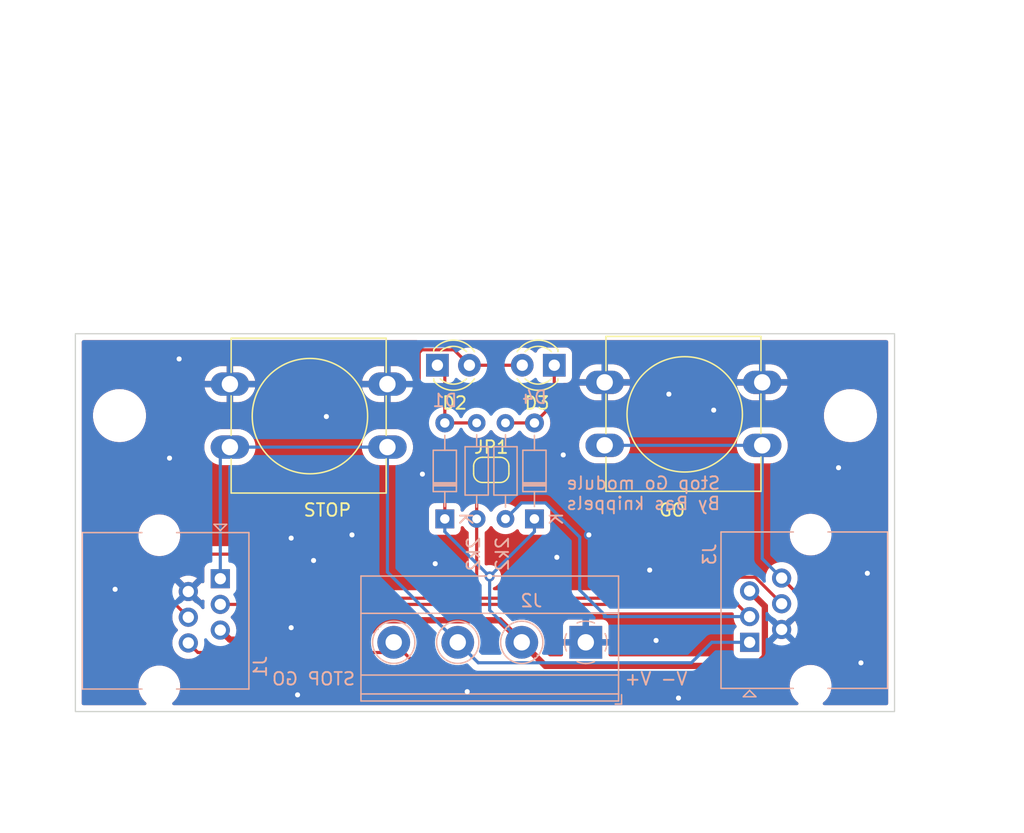
<source format=kicad_pcb>
(kicad_pcb (version 20211014) (generator pcbnew)
  (layers (0 "F.Cu" signal) (31 "B.Cu" signal) (34 "B.Paste" user) (35 "F.Paste" user) (36 "B.SilkS" user "B.Silkscreen") (37 "F.SilkS" user "F.Silkscreen") (38 "B.Mask" user) (39 "F.Mask" user) (44 "Edge.Cuts" user))
  (net 0 "")
  (net 1 "GND")
  (net 2 "/STOP")
  (net 3 "/STOP_LED")
  (net 4 "/GO_LED")
  (net 5 "VCC")
  (net 6 "/GO")
  (net 7 "Net-(D2-Pad1)")
  (net 8 "Net-(D3-Pad1)")
  (footprint "Jumper:SolderJumper-2_P1.3mm_Open_RoundedPad1.0x1.5mm" (layer "F.Cu") (at 166.5 88.31)
    (fp_text reference "JP1" (at 0 -1.8) (layer "F.SilkS"))
    (fp_text value "SolderJumper_2_Open")
    (fp_line (start -1.4 0.3) (end -1.4 -0.3) (layer "F.SilkS") (width 0.12))
    (fp_line (start 0.7 1) (end -0.7 1) (layer "F.SilkS") (width 0.12))
    (fp_line (start -0.7 -1) (end 0.7 -1) (layer "F.SilkS") (width 0.12))
    (fp_line (start 1.4 -0.3) (end 1.4 0.3) (layer "F.SilkS") (width 0.12))
    (fp_arc (start -1.4 -0.3) (mid -1.194975 -0.794975) (end -0.7 -1) (layer "F.SilkS") (width 0.12))
    (fp_arc (start -0.7 1) (mid -1.194975 0.794975) (end -1.4 0.3) (layer "F.SilkS") (width 0.12))
    (fp_arc (start 1.4 0.3) (mid 1.194975 0.794975) (end 0.7 1) (layer "F.SilkS") (width 0.12))
    (fp_arc (start 0.7 -1) (mid 1.194975 -0.794975) (end 1.4 -0.3) (layer "F.SilkS") (width 0.12))
    (pad "1" smd custom (at -0.65 0) (size 1 0.5) (layers "F.Cu" "F.Mask") (net 4 "/GO_LED") (options (clearance outline) (anchor rect)) (primitives (gr_circle (center 0 0.25) (end 0.5 0.25) (width 0) (fill yes)) (gr_circle (center 0 -0.25) (end 0.5 -0.25) (width 0) (fill yes)) (gr_poly (pts (xy 0.5 0.75) (xy 0 0.75) (xy 0 -0.75) (xy 0.5 -0.75)) (width 0) (fill yes))))
    (pad "2" smd custom (at 0.65 0) (size 1 0.5) (layers "F.Cu" "F.Mask") (net 1 "GND") (options (clearance outline) (anchor rect)) (primitives (gr_circle (center 0 0.25) (end 0.5 0.25) (width 0) (fill yes)) (gr_circle (center 0 -0.25) (end 0.5 -0.25) (width 0) (fill yes)) (gr_poly (pts (xy 0 0.75) (xy -0.5 0.75) (xy -0.5 -0.75) (xy 0 -0.75)) (width 0) (fill yes))))
  )
  (footprint "LED_THT:LED_D3.0mm" (layer "F.Cu") (at 171.5 80 180)
    (fp_text reference "D3" (at 1.366487 -3) (layer "F.SilkS"))
    (fp_text value "LED")
    (fp_line (start -0.29 1.08) (end -0.29 1.236) (layer "F.SilkS") (width 0.12))
    (fp_line (start -0.29 -1.236) (end -0.29 -1.08) (layer "F.SilkS") (width 0.12))
    (fp_arc (start -0.29 -1.235516) (mid 1.366487 -1.987659) (end 2.942335 -1.078608) (layer "F.SilkS") (width 0.12))
    (fp_arc (start 0.229039 -1.08) (mid 1.270117 -1.5) (end 2.31113 -1.079837) (layer "F.SilkS") (width 0.12))
    (fp_arc (start 2.942335 1.078608) (mid 1.366487 1.987659) (end -0.29 1.235516) (layer "F.SilkS") (width 0.12))
    (fp_arc (start 2.31113 1.079837) (mid 1.270117 1.5) (end 0.229039 1.08) (layer "F.SilkS") (width 0.12))
    (pad "1" thru_hole rect (at 0 0 180) (size 1.8 1.8) (drill 0.9) (layers *.Cu *.Mask) (net 8 "Net-(D3-Pad1)"))
    (pad "2" thru_hole circle (at 2.54 0 180) (size 1.8 1.8) (drill 0.9) (layers *.Cu *.Mask) (net 5 "VCC"))
  )
  (footprint "MountingHole:MountingHole_3.2mm_M3" (layer "F.Cu") (at 137 84)
    (fp_text reference "REF**" hide)
    (fp_text value "MountingHole_3.2mm_M3")
    (pad "" np_thru_hole circle (at 0 0) (size 3.2 3.2) (drill 3.2) (layers *.Cu *.Mask))
  )
  (footprint "MountingHole:MountingHole_3.2mm_M3" (layer "F.Cu") (at 195 84)
    (fp_text reference "REF**" hide)
    (fp_text value "MountingHole_3.2mm_M3")
    (pad "" np_thru_hole circle (at 0 0) (size 3.2 3.2) (drill 3.2) (layers *.Cu *.Mask))
  )
  (footprint "Button_Switch_THT:SW_PUSH-12mm" (layer "F.Cu") (at 175.5 81.36)
    (fp_text reference "GO" (at 5.348 10.14) (layer "F.SilkS"))
    (fp_text value "SW_SPST")
    (fp_line (start 12.4 5.93) (end 12.4 8.65) (layer "F.SilkS") (width 0.12))
    (fp_line (start 0.1 -0.93) (end 0.1 -3.65) (layer "F.SilkS") (width 0.12))
    (fp_line (start 0.1 8.65) (end 0.1 5.93) (layer "F.SilkS") (width 0.12))
    (fp_line (start 12.4 -3.65) (end 12.4 -0.93) (layer "F.SilkS") (width 0.12))
    (fp_line (start 0.1 4.07) (end 0.1 0.93) (layer "F.SilkS") (width 0.12))
    (fp_line (start 0.1 -3.65) (end 12.4 -3.65) (layer "F.SilkS") (width 0.12))
    (fp_line (start 12.4 0.93) (end 12.4 4.07) (layer "F.SilkS") (width 0.12))
    (fp_line (start 12.4 8.65) (end 0.1 8.65) (layer "F.SilkS") (width 0.12))
    (fp_circle (center 6.35 2.54) (end 10.16 5.08) (layer "F.SilkS") (width 0.12) (fill none))
    (pad "1" thru_hole oval (at 12.5 0) (size 3.048 1.85) (drill 1.3) (layers *.Cu *.Mask) (net 1 "GND"))
    (pad "1" thru_hole oval (at 0 0) (size 3.048 1.85) (drill 1.3) (layers *.Cu *.Mask) (net 1 "GND"))
    (pad "2" thru_hole oval (at 12.5 5) (size 3.048 1.85) (drill 1.3) (layers *.Cu *.Mask) (net 6 "/GO"))
    (pad "2" thru_hole oval (at 0 5) (size 3.048 1.85) (drill 1.3) (layers *.Cu *.Mask) (net 6 "/GO"))
  )
  (footprint "Button_Switch_THT:SW_PUSH-12mm" (layer "F.Cu") (at 145.76 81.5)
    (fp_text reference "STOP" (at 7.74 10) (layer "F.SilkS"))
    (fp_text value "SW_SPST")
    (fp_line (start 0.1 -0.93) (end 0.1 -3.65) (layer "F.SilkS") (width 0.12))
    (fp_line (start 12.4 -3.65) (end 12.4 -0.93) (layer "F.SilkS") (width 0.12))
    (fp_line (start 0.1 8.65) (end 0.1 5.93) (layer "F.SilkS") (width 0.12))
    (fp_line (start 0.1 -3.65) (end 12.4 -3.65) (layer "F.SilkS") (width 0.12))
    (fp_line (start 12.4 0.93) (end 12.4 4.07) (layer "F.SilkS") (width 0.12))
    (fp_line (start 0.1 4.07) (end 0.1 0.93) (layer "F.SilkS") (width 0.12))
    (fp_line (start 12.4 8.65) (end 0.1 8.65) (layer "F.SilkS") (width 0.12))
    (fp_line (start 12.4 5.93) (end 12.4 8.65) (layer "F.SilkS") (width 0.12))
    (fp_circle (center 6.35 2.54) (end 10.16 5.08) (layer "F.SilkS") (width 0.12) (fill none))
    (pad "1" thru_hole oval (at 12.5 0) (size 3.048 1.85) (drill 1.3) (layers *.Cu *.Mask) (net 1 "GND"))
    (pad "1" thru_hole oval (at 0 0) (size 3.048 1.85) (drill 1.3) (layers *.Cu *.Mask) (net 1 "GND"))
    (pad "2" thru_hole oval (at 0 5) (size 3.048 1.85) (drill 1.3) (layers *.Cu *.Mask) (net 2 "/STOP"))
    (pad "2" thru_hole oval (at 12.5 5) (size 3.048 1.85) (drill 1.3) (layers *.Cu *.Mask) (net 2 "/STOP"))
  )
  (footprint "LED_THT:LED_D3.0mm" (layer "F.Cu") (at 162.225 80)
    (fp_text reference "D2" (at 1.366487 3) (layer "F.SilkS"))
    (fp_text value "LED")
    (fp_line (start -0.29 1.08) (end -0.29 1.236) (layer "F.SilkS") (width 0.12))
    (fp_line (start -0.29 -1.236) (end -0.29 -1.08) (layer "F.SilkS") (width 0.12))
    (fp_arc (start 0.229039 -1.08) (mid 1.270117 -1.5) (end 2.31113 -1.079837) (layer "F.SilkS") (width 0.12))
    (fp_arc (start 2.942335 1.078608) (mid 1.366487 1.987659) (end -0.29 1.235516) (layer "F.SilkS") (width 0.12))
    (fp_arc (start 2.31113 1.079837) (mid 1.270117 1.5) (end 0.229039 1.08) (layer "F.SilkS") (width 0.12))
    (fp_arc (start -0.29 -1.235516) (mid 1.366487 -1.987659) (end 2.942335 -1.078608) (layer "F.SilkS") (width 0.12))
    (pad "1" thru_hole rect (at 0 0) (size 1.8 1.8) (drill 0.9) (layers *.Cu *.Mask) (net 7 "Net-(D2-Pad1)"))
    (pad "2" thru_hole circle (at 2.54 0) (size 1.8 1.8) (drill 0.9) (layers *.Cu *.Mask) (net 5 "VCC"))
  )
  (footprint "TerminalBlock_Phoenix:TerminalBlock_Phoenix_MKDS-1,5-4-5.08_1x04_P5.08mm_Horizontal" (layer "B.Cu") (at 174 102 180)
    (fp_text reference "J2" (at 4.318 3.302) (layer "B.SilkS") (effects (justify mirror)))
    (fp_text value "Screw_Terminal_01x04")
    (fp_line (start 4.046 -1.239) (end 4.011 -1.274) (layer "B.SilkS") (width 0.12))
    (fp_line (start 6.355 1.069) (end 6.308 1.023) (layer "B.SilkS") (width 0.12))
    (fp_line (start 9.126 -1.239) (end 9.091 -1.274) (layer "B.SilkS") (width 0.12))
    (fp_line (start 8.933 -1.023) (end 8.886 -1.069) (layer "B.SilkS") (width 0.12))
    (fp_line (start 16.515 1.069) (end 16.468 1.023) (layer "B.SilkS") (width 0.12))
    (fp_line (start 16.31 1.275) (end 16.275 1.239) (layer "B.SilkS") (width 0.12))
    (fp_line (start 11.23 1.275) (end 11.195 1.239) (layer "B.SilkS") (width 0.12))
    (fp_line (start 3.853 -1.023) (end 3.806 -1.069) (layer "B.SilkS") (width 0.12))
    (fp_line (start -2.6 2.301) (end 17.84 2.301) (layer "B.SilkS") (width 0.12))
    (fp_line (start -2.6 -2.6) (end 17.84 -2.6) (layer "B.SilkS") (width 0.12))
    (fp_line (start -2.6 -4.66) (end 17.84 -4.66) (layer "B.SilkS") (width 0.12))
    (fp_line (start -2.84 -4.16) (end -2.84 -4.9) (layer "B.SilkS") (width 0.12))
    (fp_line (start 6.15 1.275) (end 6.115 1.239) (layer "B.SilkS") (width 0.12))
    (fp_line (start 11.435 1.069) (end 11.388 1.023) (layer "B.SilkS") (width 0.12))
    (fp_line (start 14.206 -1.239) (end 14.171 -1.274) (layer "B.SilkS") (width 0.12))
    (fp_line (start -2.6 5.261) (end -2.6 -4.66) (layer "B.SilkS") (width 0.12))
    (fp_line (start -2.84 -4.9) (end -2.34 -4.9) (layer "B.SilkS") (width 0.12))
    (fp_line (start -2.6 5.261) (end 17.84 5.261) (layer "B.SilkS") (width 0.12))
    (fp_line (start 14.013 -1.023) (end 13.966 -1.069) (layer "B.SilkS") (width 0.12))
    (fp_line (start -2.6 -4.1) (end 17.84 -4.1) (layer "B.SilkS") (width 0.12))
    (fp_line (start 17.84 5.261) (end 17.84 -4.66) (layer "B.SilkS") (width 0.12))
    (fp_arc (start 0.684 1.535) (mid 0.000524 1.680501) (end -0.683042 1.535427) (layer "B.SilkS") (width 0.12))
    (fp_arc (start -1.535 0.684) (mid -1.680501 0.000524) (end -1.535427 -0.683042) (layer "B.SilkS") (width 0.12))
    (fp_arc (start 1.535 -0.684) (mid 1.6805 -0.000524) (end 1.535427 0.683042) (layer "B.SilkS") (width 0.12))
    (fp_arc (start -0.684 -1.535) (mid -0.335551 -1.646659) (end 0.028805 -1.680253) (layer "B.SilkS") (width 0.12))
    (fp_arc (start 0 -1.68) (mid 0.349292 -1.643288) (end 0.683318 -1.534756) (layer "B.SilkS") (width 0.12))
    (fp_circle (center 10.16 0) (end 11.84 0) (layer "B.SilkS") (width 0.12) (fill none))
    (fp_circle (center 15.24 0) (end 16.92 0) (layer "B.SilkS") (width 0.12) (fill none))
    (fp_circle (center 5.08 0) (end 6.76 0) (layer "B.SilkS") (width 0.12) (fill none))
    (pad "1" thru_hole rect (at 0 0 180) (size 2.6 2.6) (drill 1.3) (layers *.Cu *.Mask) (net 1 "GND"))
    (pad "2" thru_hole circle (at 5.08 0 180) (size 2.6 2.6) (drill 1.3) (layers *.Cu *.Mask) (net 5 "VCC"))
    (pad "3" thru_hole circle (at 10.16 0 180) (size 2.6 2.6) (drill 1.3) (layers *.Cu *.Mask) (net 2 "/STOP"))
    (pad "4" thru_hole circle (at 15.24 0 180) (size 2.6 2.6) (drill 1.3) (layers *.Cu *.Mask) (net 6 "/GO"))
  )
  (footprint "Resistor_THT:R_Axial_DIN0204_L3.6mm_D1.6mm_P7.62mm_Horizontal" (layer "B.Cu") (at 167.628 92.202 90)
    (fp_text reference "R2" hide)
    (fp_text value "2k2" (at -2.794 -0.254 90) (layer "B.SilkS") (effects (justify mirror)))
    (fp_line (start 1.89 0.92) (end 1.89 -0.92) (layer "B.SilkS") (width 0.12))
    (fp_line (start 6.68 0) (end 5.73 0) (layer "B.SilkS") (width 0.12))
    (fp_line (start 5.73 -0.92) (end 5.73 0.92) (layer "B.SilkS") (width 0.12))
    (fp_line (start 0.94 0) (end 1.89 0) (layer "B.SilkS") (width 0.12))
    (fp_line (start 5.73 0.92) (end 1.89 0.92) (layer "B.SilkS") (width 0.12))
    (fp_line (start 1.89 -0.92) (end 5.73 -0.92) (layer "B.SilkS") (width 0.12))
    (pad "1" thru_hole circle (at 0 0 90) (size 1.4 1.4) (drill 0.7) (layers *.Cu *.Mask) (net 3 "/STOP_LED"))
    (pad "2" thru_hole oval (at 7.62 0 90) (size 1.4 1.4) (drill 0.7) (layers *.Cu *.Mask) (net 8 "Net-(D3-Pad1)"))
  )
  (footprint "Diode_THT:D_DO-34_SOD68_P7.62mm_Horizontal" (layer "B.Cu") (at 162.814 92.202 90)
    (fp_text reference "D1" (at 9.403 0) (layer "B.SilkS") (effects (justify mirror)))
    (fp_text value "D")
    (fp_text user "K" (at 0 1.75 90) (layer "B.SilkS") (effects (justify mirror)))
    (fp_line (start 2.746 0.92) (end 2.746 -0.92) (layer "B.SilkS") (width 0.12))
    (fp_line (start 2.866 0.92) (end 2.866 -0.92) (layer "B.SilkS") (width 0.12))
    (fp_line (start 0.99 0) (end 2.17 0) (layer "B.SilkS") (width 0.12))
    (fp_line (start 6.63 0) (end 5.45 0) (layer "B.SilkS") (width 0.12))
    (fp_line (start 2.626 0.92) (end 2.626 -0.92) (layer "B.SilkS") (width 0.12))
    (fp_line (start 2.17 0.92) (end 2.17 -0.92) (layer "B.SilkS") (width 0.12))
    (fp_line (start 2.17 -0.92) (end 5.45 -0.92) (layer "B.SilkS") (width 0.12))
    (fp_line (start 5.45 -0.92) (end 5.45 0.92) (layer "B.SilkS") (width 0.12))
    (fp_line (start 5.45 0.92) (end 2.17 0.92) (layer "B.SilkS") (width 0.12))
    (pad "1" thru_hole rect (at 0 0 90) (size 1.5 1.5) (drill 0.75) (layers *.Cu *.Mask) (net 5 "VCC"))
    (pad "2" thru_hole oval (at 7.62 0 90) (size 1.5 1.5) (drill 0.75) (layers *.Cu *.Mask) (net 7 "Net-(D2-Pad1)"))
  )
  (footprint "Resistor_THT:R_Axial_DIN0204_L3.6mm_D1.6mm_P7.62mm_Horizontal" (layer "B.Cu") (at 165.342 92.202 90)
    (fp_text reference "R1" hide)
    (fp_text value "2k2" (at -2.794 -0.254 90) (layer "B.SilkS") (effects (justify mirror)))
    (fp_line (start 6.68 0) (end 5.73 0) (layer "B.SilkS") (width 0.12))
    (fp_line (start 5.73 0.92) (end 1.89 0.92) (layer "B.SilkS") (width 0.12))
    (fp_line (start 1.89 0.92) (end 1.89 -0.92) (layer "B.SilkS") (width 0.12))
    (fp_line (start 5.73 -0.92) (end 5.73 0.92) (layer "B.SilkS") (width 0.12))
    (fp_line (start 0.94 0) (end 1.89 0) (layer "B.SilkS") (width 0.12))
    (fp_line (start 1.89 -0.92) (end 5.73 -0.92) (layer "B.SilkS") (width 0.12))
    (pad "1" thru_hole circle (at 0 0 90) (size 1.4 1.4) (drill 0.7) (layers *.Cu *.Mask) (net 4 "/GO_LED"))
    (pad "2" thru_hole oval (at 7.62 0 90) (size 1.4 1.4) (drill 0.7) (layers *.Cu *.Mask) (net 7 "Net-(D2-Pad1)"))
  )
  (footprint "Diode_THT:D_DO-34_SOD68_P7.62mm_Horizontal" (layer "B.Cu") (at 169.926 92.202 90)
    (fp_text reference "D4" (at 9.657 0) (layer "B.SilkS") (effects (justify mirror)))
    (fp_text value "D")
    (fp_text user "K" (at 0 1.75 90) (layer "B.SilkS") (effects (justify mirror)))
    (fp_line (start 0.99 0) (end 2.17 0) (layer "B.SilkS") (width 0.12))
    (fp_line (start 2.17 0.92) (end 2.17 -0.92) (layer "B.SilkS") (width 0.12))
    (fp_line (start 6.63 0) (end 5.45 0) (layer "B.SilkS") (width 0.12))
    (fp_line (start 2.746 0.92) (end 2.746 -0.92) (layer "B.SilkS") (width 0.12))
    (fp_line (start 2.866 0.92) (end 2.866 -0.92) (layer "B.SilkS") (width 0.12))
    (fp_line (start 5.45 -0.92) (end 5.45 0.92) (layer "B.SilkS") (width 0.12))
    (fp_line (start 2.626 0.92) (end 2.626 -0.92) (layer "B.SilkS") (width 0.12))
    (fp_line (start 5.45 0.92) (end 2.17 0.92) (layer "B.SilkS") (width 0.12))
    (fp_line (start 2.17 -0.92) (end 5.45 -0.92) (layer "B.SilkS") (width 0.12))
    (pad "1" thru_hole rect (at 0 0 90) (size 1.5 1.5) (drill 0.75) (layers *.Cu *.Mask) (net 5 "VCC"))
    (pad "2" thru_hole oval (at 7.62 0 90) (size 1.5 1.5) (drill 0.75) (layers *.Cu *.Mask) (net 8 "Net-(D3-Pad1)"))
  )
  (footprint "Connector_RJ:RJ25_Wayconn_MJEA-660X1_Horizontal" (layer "B.Cu") (at 187 102 -90)
    (fp_text reference "J3" (at -6.985 3.175 90) (layer "B.SilkS") (effects (justify mirror)))
    (fp_text value "RJ12")
    (fp_line (start -8.76 2.27) (end -8.76 -3.47) (layer "B.SilkS") (width 0.12))
    (fp_line (start -8.76 -10.95) (end 3.66 -10.95) (layer "B.SilkS") (width 0.12))
    (fp_line (start 3.82 0) (end 4.32 -0.5) (layer "B.SilkS") (width 0.12))
    (fp_line (start 3.66 -6.22) (end 3.66 -10.95) (layer "B.SilkS") (width 0.12))
    (fp_line (start 4.32 0.5) (end 4.32 -0.5) (layer "B.SilkS") (width 0.12))
    (fp_line (start 4.32 0.5) (end 3.82 0) (layer "B.SilkS") (width 0.12))
    (fp_line (start -8.76 2.27) (end 3.66 2.27) (layer "B.SilkS") (width 0.12))
    (fp_line (start 3.66 2.27) (end 3.66 -3.47) (layer "B.SilkS") (width 0.12))
    (fp_line (start -8.76 -6.22) (end -8.76 -10.95) (layer "B.SilkS") (width 0.12))
    (pad "" np_thru_hole circle (at -8.55 -4.84 270) (size 2.3 2.3) (drill 2.3) (layers *.Cu *.Mask))
    (pad "" np_thru_hole circle (at 3.45 -4.84 270) (size 2.3 2.3) (drill 2.3) (layers *.Cu *.Mask))
    (pad "1" thru_hole rect (at 0 0 270) (size 1.52 1.52) (drill 0.9) (layers *.Cu *.Mask) (net 2 "/STOP"))
    (pad "2" thru_hole circle (at -1.02 -2.54 270) (size 1.52 1.52) (drill 0.9) (layers *.Cu *.Mask) (net 1 "GND"))
    (pad "3" thru_hole circle (at -2.04 0 270) (size 1.52 1.52) (drill 0.9) (layers *.Cu *.Mask) (net 3 "/STOP_LED"))
    (pad "4" thru_hole circle (at -3.06 -2.54 270) (size 1.52 1.52) (drill 0.9) (layers *.Cu *.Mask) (net 4 "/GO_LED"))
    (pad "5" thru_hole circle (at -4.08 0 270) (size 1.52 1.52) (drill 0.9) (layers *.Cu *.Mask) (net 5 "VCC"))
    (pad "6" thru_hole circle (at -5.1 -2.54 270) (size 1.52 1.52) (drill 0.9) (layers *.Cu *.Mask) (net 6 "/GO"))
  )
  (footprint "Connector_RJ:RJ25_Wayconn_MJEA-660X1_Horizontal" (layer "B.Cu") (at 145 96.95 90)
    (fp_text reference "J1" (at -6.985 3.175 90) (layer "B.SilkS") (effects (justify mirror)))
    (fp_text value "RJ12")
    (fp_line (start 3.66 -6.22) (end 3.66 -10.95) (layer "B.SilkS") (width 0.12))
    (fp_line (start -8.76 -10.95) (end 3.66 -10.95) (layer "B.SilkS") (width 0.12))
    (fp_line (start -8.76 2.27) (end 3.66 2.27) (layer "B.SilkS") (width 0.12))
    (fp_line (start -8.76 -6.22) (end -8.76 -10.95) (layer "B.SilkS") (width 0.12))
    (fp_line (start -8.76 2.27) (end -8.76 -3.47) (layer "B.SilkS") (width 0.12))
    (fp_line (start 4.32 0.5) (end 4.32 -0.5) (layer "B.SilkS") (width 0.12))
    (fp_line (start 4.32 0.5) (end 3.82 0) (layer "B.SilkS") (width 0.12))
    (fp_line (start 3.82 0) (end 4.32 -0.5) (layer "B.SilkS") (width 0.12))
    (fp_line (start 3.66 2.27) (end 3.66 -3.47) (layer "B.SilkS") (width 0.12))
    (pad "" np_thru_hole circle (at -8.55 -4.84 90) (size 2.3 2.3) (drill 2.3) (layers *.Cu *.Mask))
    (pad "" np_thru_hole circle (at 3.45 -4.84 90) (size 2.3 2.3) (drill 2.3) (layers *.Cu *.Mask))
    (pad "1" thru_hole rect (at 0 0 90) (size 1.52 1.52) (drill 0.9) (layers *.Cu *.Mask) (net 2 "/STOP"))
    (pad "2" thru_hole circle (at -1.02 -2.54 90) (size 1.52 1.52) (drill 0.9) (layers *.Cu *.Mask) (net 1 "GND"))
    (pad "3" thru_hole circle (at -2.04 0 90) (size 1.52 1.52) (drill 0.9) (layers *.Cu *.Mask) (net 3 "/STOP_LED"))
    (pad "4" thru_hole circle (at -3.06 -2.54 90) (size 1.52 1.52) (drill 0.9) (layers *.Cu *.Mask) (net 4 "/GO_LED"))
    (pad "5" thru_hole circle (at -4.08 0 90) (size 1.52 1.52) (drill 0.9) (layers *.Cu *.Mask) (net 5 "VCC"))
    (pad "6" thru_hole circle (at -5.1 -2.54 90) (size 1.52 1.52) (drill 0.9) (layers *.Cu *.Mask) (net 6 "/GO"))
  )
  (gr_rect (start 133.5 77.5) (end 198.5 107.5) (layer "Edge.Cuts") (width 0.1) (fill none))
  (gr_text "STOP GO" (at 152.4 104.902) (layer "B.SilkS") (effects (font (size 1 1)) (justify mirror)))
  (gr_text "V- V+" (at 179.578 104.902) (layer "B.SilkS") (effects (font (size 1 1)) (justify mirror)))
  (gr_text "Stop Go module\nBy Bas knippels" (at 178.562 90.17) (layer "B.SilkS") (effects (font (size 1 1)) (justify mirror)))
  (via (at 140.97 87.376) (size 0.8) (drill 0.4) (layers "F.Cu" "B.Cu") (net 1))
  (via (at 164.592 105.918) (size 0.8) (drill 0.4) (layers "F.Cu" "B.Cu") (net 1))
  (via (at 150.622 93.726) (size 0.8) (drill 0.4) (layers "F.Cu" "B.Cu") (net 1))
  (via (at 196.342 96.52) (size 0.8) (drill 0.4) (layers "F.Cu" "B.Cu") (net 1))
  (via (at 194.056 88.138) (size 0.8) (drill 0.4) (layers "F.Cu" "B.Cu") (net 1))
  (via (at 155.448 93.472) (size 0.8) (drill 0.4) (layers "F.Cu" "B.Cu") (net 1))
  (via (at 152.4 95.504) (size 0.8) (drill 0.4) (layers "F.Cu" "B.Cu") (net 1))
  (via (at 150.622 100.838) (size 0.8) (drill 0.4) (layers "F.Cu" "B.Cu") (net 1))
  (via (at 172.212 87.122) (size 0.8) (drill 0.4) (layers "F.Cu" "B.Cu") (net 1))
  (via (at 153.416 84.074) (size 0.8) (drill 0.4) (layers "F.Cu" "B.Cu") (net 1))
  (via (at 141.732 79.502) (size 0.8) (drill 0.4) (layers "F.Cu" "B.Cu") (net 1))
  (via (at 151.13 106.172) (size 0.8) (drill 0.4) (layers "F.Cu" "B.Cu") (net 1))
  (via (at 174.244 93.472) (size 0.8) (drill 0.4) (layers "F.Cu" "B.Cu") (net 1))
  (via (at 136.652 97.79) (size 0.8) (drill 0.4) (layers "F.Cu" "B.Cu") (net 1))
  (via (at 171.704 95.25) (size 0.8) (drill 0.4) (layers "F.Cu" "B.Cu") (net 1))
  (via (at 179.578 101.854) (size 0.8) (drill 0.4) (layers "F.Cu" "B.Cu") (net 1))
  (via (at 181.356 106.426) (size 0.8) (drill 0.4) (layers "F.Cu" "B.Cu") (net 1))
  (via (at 162.052 95.758) (size 0.8) (drill 0.4) (layers "F.Cu" "B.Cu") (net 1))
  (via (at 179.07 96.266) (size 0.8) (drill 0.4) (layers "F.Cu" "B.Cu") (net 1))
  (via (at 161.036 88.646) (size 0.8) (drill 0.4) (layers "F.Cu" "B.Cu") (net 1))
  (via (at 195.834 103.632) (size 0.8) (drill 0.4) (layers "F.Cu" "B.Cu") (net 1))
  (via (at 180.594 82.296) (size 0.8) (drill 0.4) (layers "F.Cu" "B.Cu") (net 1))
  (via (at 184.15 83.566) (size 0.8) (drill 0.4) (layers "F.Cu" "B.Cu") (net 1))
  (segment (start 158.26 96.42) (end 158.26 86.5) (width 0.25) (layer "B.Cu") (net 2))
  (segment (start 165.464511 103.624511) (end 182.379489 103.624511) (width 0.25) (layer "B.Cu") (net 2))
  (segment (start 145.76 86.5) (end 158.26 86.5) (width 0.25) (layer "B.Cu") (net 2))
  (segment (start 163.84 102) (end 158.26 96.42) (width 0.25) (layer "B.Cu") (net 2))
  (segment (start 145 87.26) (end 145.76 86.5) (width 0.25) (layer "B.Cu") (net 2))
  (segment (start 145 96.95) (end 145 87.26) (width 0.25) (layer "B.Cu") (net 2))
  (segment (start 184.004 102) (end 187 102) (width 0.25) (layer "B.Cu") (net 2))
  (segment (start 182.379489 103.624511) (end 184.004 102) (width 0.25) (layer "B.Cu") (net 2))
  (segment (start 163.84 102) (end 165.464511 103.624511) (width 0.25) (layer "B.Cu") (net 2))
  (segment (start 186.03 98.99) (end 187 99.96) (width 0.25) (layer "F.Cu") (net 3))
  (segment (start 145 98.99) (end 186.03 98.99) (width 0.25) (layer "F.Cu") (net 3))
  (segment (start 168.898 90.932) (end 167.628 92.202) (width 0.25) (layer "B.Cu") (net 3))
  (segment (start 175.63 99.96) (end 173.519489 97.849489) (width 0.25) (layer "B.Cu") (net 3))
  (segment (start 175.463 99.96) (end 175.63 99.96) (width 0.25) (layer "B.Cu") (net 3))
  (segment (start 175.63 99.96) (end 187 99.96) (width 0.25) (layer "B.Cu") (net 3))
  (segment (start 170.805022 90.932) (end 168.898 90.932) (width 0.25) (layer "B.Cu") (net 3))
  (segment (start 173.519489 93.646467) (end 170.805022 90.932) (width 0.25) (layer "B.Cu") (net 3))
  (segment (start 173.519489 97.849489) (end 173.519489 93.646467) (width 0.25) (layer "B.Cu") (net 3))
  (segment (start 140.5 98.05) (end 142.46 100.01) (width 0.25) (layer "F.Cu") (net 4))
  (segment (start 140.5 96.5) (end 140.5 98.05) (width 0.25) (layer "F.Cu") (net 4))
  (segment (start 165.342 98.158) (end 165.342 98.182) (width 0.25) (layer "F.Cu") (net 4))
  (segment (start 189.54 98.94) (end 189.54 98.926269) (width 0.25) (layer "F.Cu") (net 4))
  (segment (start 165.342 88.818) (end 165.85 88.31) (width 0.25) (layer "F.Cu") (net 4))
  (segment (start 150 98.5) (end 146.5 95) (width 0.25) (layer "F.Cu") (net 4))
  (segment (start 187.44922 96.835489) (end 186.164511 96.835489) (width 0.25) (layer "F.Cu") (net 4))
  (segment (start 189.54 98.926269) (end 187.44922 96.835489) (width 0.25) (layer "F.Cu") (net 4))
  (segment (start 146.5 95) (end 142 95) (width 0.25) (layer "F.Cu") (net 4))
  (segment (start 165.342 98.182) (end 165.66 98.5) (width 0.25) (layer "F.Cu") (net 4))
  (segment (start 165.342 92.125) (end 165.342 88.818) (width 0.25) (layer "F.Cu") (net 4))
  (segment (start 165.342 98.342) (end 165.342 92.125) (width 0.25) (layer "F.Cu") (net 4))
  (segment (start 165.342 98.158) (end 165.342 98.342) (width 0.25) (layer "F.Cu") (net 4))
  (segment (start 184.5 98.5) (end 165.66 98.5) (width 0.25) (layer "F.Cu") (net 4))
  (segment (start 165.5 98.5) (end 150 98.5) (width 0.25) (layer "F.Cu") (net 4))
  (segment (start 186.164511 96.835489) (end 184.5 98.5) (width 0.25) (layer "F.Cu") (net 4))
  (segment (start 165.342 98.342) (end 165.5 98.5) (width 0.25) (layer "F.Cu") (net 4))
  (segment (start 142 95) (end 140.5 96.5) (width 0.25) (layer "F.Cu") (net 4))
  (segment (start 165.66 98.5) (end 165.5 98.5) (width 0.25) (layer "F.Cu") (net 4))
  (segment (start 165 98.5) (end 165.342 98.158) (width 0.25) (layer "F.Cu") (net 4))
  (segment (start 170.795 103.875) (end 168.92 102) (width 0.5) (layer "F.Cu") (net 5))
  (segment (start 160.782 78.993978) (end 161.000489 78.775489) (width 0.25) (layer "F.Cu") (net 5))
  (segment (start 145 101.03) (end 145.76 101.79) (width 0.5) (layer "F.Cu") (net 5))
  (segment (start 187 97.92) (end 188.209511 99.129511) (width 0.5) (layer "F.Cu") (net 5))
  (segment (start 162.814 86.614) (end 160.782 84.582) (width 0.25) (layer "F.Cu") (net 5))
  (segment (start 167.170489 100.250489) (end 168.92 102) (width 0.5) (layer "F.Cu") (net 5))
  (segment (start 156.274 101.79) (end 157.813511 100.250489) (width 0.5) (layer "F.Cu") (net 5))
  (segment (start 157.813511 100.250489) (end 167.170489 100.250489) (width 0.5) (layer "F.Cu") (net 5))
  (segment (start 161.000489 78.775489) (end 163.540489 78.775489) (width 0.25) (layer "F.Cu") (net 5))
  (segment (start 160.782 84.582) (end 160.782 78.993978) (width 0.25) (layer "F.Cu") (net 5))
  (segment (start 187.463 103.875) (end 170.795 103.875) (width 0.5) (layer "F.Cu") (net 5))
  (segment (start 188.209511 99.129511) (end 188.209511 103.128489) (width 0.5) (layer "F.Cu") (net 5))
  (segment (start 163.540489 78.775489) (end 164.765 80) (width 0.25) (layer "F.Cu") (net 5))
  (segment (start 168.96 80) (end 164.765 80) (width 0.25) (layer "F.Cu") (net 5))
  (segment (start 162.814 92.202) (end 162.814 86.614) (width 0.25) (layer "F.Cu") (net 5))
  (segment (start 188.209511 103.128489) (end 187.463 103.875) (width 0.5) (layer "F.Cu") (net 5))
  (segment (start 145.76 101.79) (end 156.274 101.79) (width 0.5) (layer "F.Cu") (net 5))
  (via (at 166.37 96.774) (size 0.8) (drill 0.4) (layers "F.Cu" "B.Cu") (net 5))
  (segment (start 166.37 96.774) (end 166.37 99.45) (width 0.25) (layer "B.Cu") (net 5))
  (segment (start 169.926 93.218) (end 169.926 92.202) (width 0.25) (layer "B.Cu") (net 5))
  (segment (start 166.37 99.45) (end 168.92 102) (width 0.25) (layer "B.Cu") (net 5))
  (segment (start 162.814 92.202) (end 162.814 93.218) (width 0.25) (layer "B.Cu") (net 5))
  (segment (start 166.37 96.774) (end 169.926 93.218) (width 0.25) (layer "B.Cu") (net 5))
  (segment (start 162.814 93.218) (end 166.37 96.774) (width 0.25) (layer "B.Cu") (net 5))
  (segment (start 158.76 102) (end 161.20952 104.44952) (width 0.25) (layer "F.Cu") (net 6))
  (segment (start 143.22 102.81) (end 157.95 102.81) (width 0.25) (layer "F.Cu") (net 6))
  (segment (start 142.46 102.05) (end 143.22 102.81) (width 0.25) (layer "F.Cu") (net 6))
  (segment (start 192 100.5) (end 192 99.36) (width 0.25) (layer "F.Cu") (net 6))
  (segment (start 188.05048 104.44952) (end 192 100.5) (width 0.25) (layer "F.Cu") (net 6))
  (segment (start 192 99.36) (end 189.54 96.9) (width 0.25) (layer "F.Cu") (net 6))
  (segment (start 161.20952 104.44952) (end 188.05048 104.44952) (width 0.25) (layer "F.Cu") (net 6))
  (segment (start 157.95 102.81) (end 158.76 102) (width 0.25) (layer "F.Cu") (net 6))
  (segment (start 188 86.36) (end 188 95.36) (width 0.25) (layer "B.Cu") (net 6))
  (segment (start 188 95.36) (end 189.54 96.9) (width 0.25) (layer "B.Cu") (net 6))
  (segment (start 175.5 86.36) (end 188 86.36) (width 0.25) (layer "B.Cu") (net 6))
  (segment (start 162.814 84.582) (end 162.814 80.589) (width 0.25) (layer "F.Cu") (net 7))
  (segment (start 165.342 84.582) (end 162.814 84.582) (width 0.25) (layer "F.Cu") (net 7))
  (segment (start 162.814 80.589) (end 162.225 80) (width 0.25) (layer "F.Cu") (net 7))
  (segment (start 165.337 84.5) (end 165.342 84.505) (width 0.25) (layer "B.Cu") (net 7))
  (segment (start 169.926 84.582) (end 171.5 83.008) (width 0.25) (layer "F.Cu") (net 8))
  (segment (start 171.5 83.008) (end 171.5 80) (width 0.25) (layer "F.Cu") (net 8))
  (segment (start 169.926 84.582) (end 167.628 84.582) (width 0.25) (layer "F.Cu") (net 8))
  (zone (net 1) (net_name "GND") (layers F&B.Cu) (connect_pads (clearance 0.508)) (min_thickness 0.254) (fill yes (thermal_gap 0.508) (thermal_bridge_width 0.508))
    (polygon (pts (xy 199 108) (xy 133 108) (xy 133 77) (xy 199 77)))
  )
)
</source>
